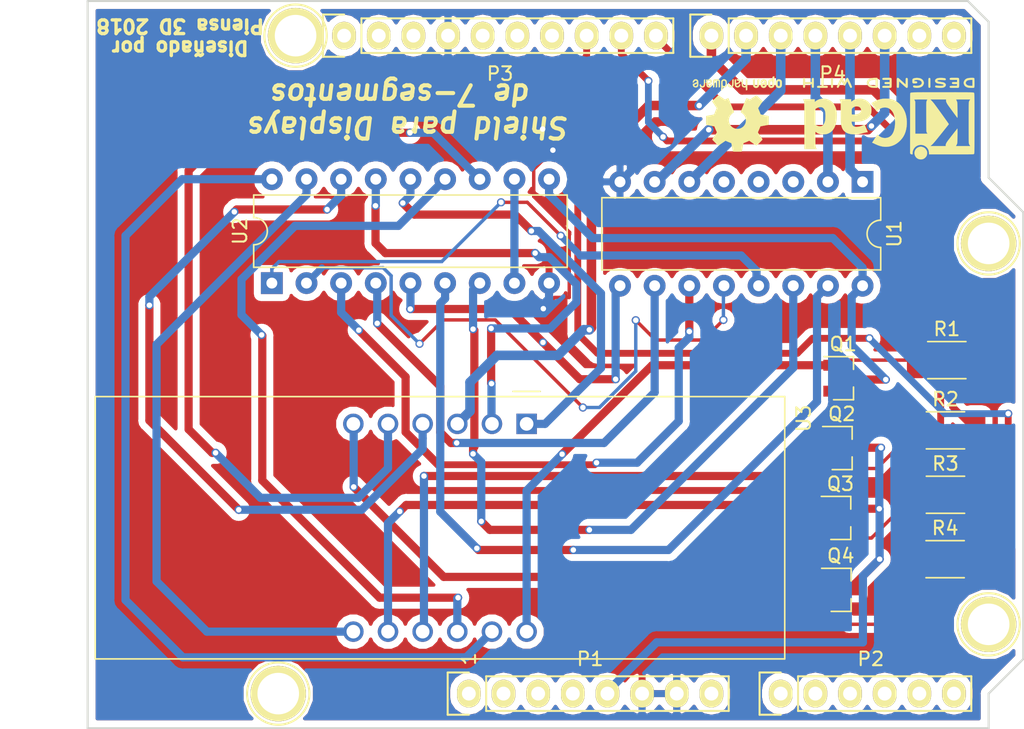
<source format=kicad_pcb>
(kicad_pcb (version 20171130) (host pcbnew 5.0.0-fee4fd1~66~ubuntu16.04.1)
  (title_block (date "lun. 30 mars 2015"))
  (layers (0 F.Cu signal) (31 B.Cu signal) (34 B.Paste user) (35 F.Paste user) (36 B.SilkS user) (37 F.SilkS user) (38 B.Mask user) (39 F.Mask user) (44 Edge.Cuts user))
  (net 0 "")
  (net 1 +5V)
  (net 2 GND)
  (net 3 "/A4(SDA)")
  (net 4 "/A5(SCL)")
  (net 5 "/9(**)")
  (net 6 /8)
  (net 7 /7)
  (net 8 "/6(**)")
  (net 9 "/5(**)")
  (net 10 /4)
  (net 11 "/3(**)")
  (net 12 /2)
  (net 13 "/10(**/SS)")
  (net 14 "Net-(Q1-Pad2)")
  (net 15 "Net-(Q1-Pad1)")
  (net 16 "Net-(Q2-Pad2)")
  (net 17 "Net-(Q2-Pad1)")
  (net 18 "Net-(Q3-Pad1)")
  (net 19 "Net-(Q3-Pad2)")
  (net 20 "Net-(Q4-Pad1)")
  (net 21 "Net-(Q4-Pad2)")
  (net 22 "Net-(U1-Pad9)")
  (net 23 "Net-(U1-Pad10)")
  (net 24 "Net-(U1-Pad11)")
  (net 25 "Net-(U1-Pad12)")
  (net 26 "Net-(U1-Pad13)")
  (net 27 "Net-(U1-Pad14)")
  (net 28 "Net-(U1-Pad15)")
  (net 29 "Net-(U2-Pad12)")
  (net 30 "Net-(U2-Pad13)")
  (net 31 "Net-(U2-Pad14)")
  (net 32 "Net-(U2-Pad15)")
  (net 33 "Net-(U2-Pad16)")
  (net 34 "Net-(U2-Pad17)")
  (net 35 "Net-(U2-Pad18)")
  (module Display_7Segment:CA56-12EWA (layer F.Cu) (at 143.173 104.04 270)
    (fp_text reference U3 (at -0.4 -20.31 270) (layer F.SilkS))
    (fp_text value CA56-12EWA)
    (pad 1 thru_hole rect (at 0 0 270) (size 1.5 1.5) (drill 1) (layers *.Cu *.Mask) (net 31 "Net-(U2-Pad14)"))
    (pad 2 thru_hole circle (at 0 2.54 270) (size 1.5 1.5) (drill 1) (layers *.Cu *.Mask) (net 32 "Net-(U2-Pad15)"))
    (pad 3 thru_hole circle (at 0 5.08 270) (size 1.5 1.5) (drill 1) (layers *.Cu *.Mask) (net 8 "/6(**)"))
    (pad 4 thru_hole circle (at 0 7.62 270) (size 1.5 1.5) (drill 1) (layers *.Cu *.Mask) (net 33 "Net-(U2-Pad16)"))
    (pad 5 thru_hole circle (at 0 10.16 270) (size 1.5 1.5) (drill 1) (layers *.Cu *.Mask) (net 29 "Net-(U2-Pad12)"))
    (pad 6 thru_hole circle (at 0 12.7 270) (size 1.5 1.5) (drill 1) (layers *.Cu *.Mask) (net 20 "Net-(Q4-Pad1)"))
    (pad 7 thru_hole circle (at 15.24 12.7 270) (size 1.5 1.5) (drill 1) (layers *.Cu *.Mask) (net 34 "Net-(U2-Pad17)"))
    (pad 8 thru_hole circle (at 15.24 10.16 270) (size 1.5 1.5) (drill 1) (layers *.Cu *.Mask) (net 18 "Net-(Q3-Pad1)"))
    (pad 9 thru_hole circle (at 15.24 7.62 270) (size 1.5 1.5) (drill 1) (layers *.Cu *.Mask) (net 17 "Net-(Q2-Pad1)"))
    (pad 10 thru_hole circle (at 15.24 5.08 270) (size 1.5 1.5) (drill 1) (layers *.Cu *.Mask) (net 30 "Net-(U2-Pad13)"))
    (pad 11 thru_hole circle (at 15.24 2.54 270) (size 1.5 1.5) (drill 1) (layers *.Cu *.Mask) (net 35 "Net-(U2-Pad18)"))
    (pad 12 thru_hole circle (at 15.24 0 270) (size 1.5 1.5) (drill 1) (layers *.Cu *.Mask) (net 15 "Net-(Q1-Pad1)"))
  )
  (module Socket_Arduino_Uno:Socket_Strip_Arduino_1x08 (layer F.Cu) (at 138.938 123.825)
    (fp_text reference P1 (at 8.89 -2.54) (layer F.SilkS))
    (fp_text value Power)
    (pad 1 thru_hole oval (at 0 0) (size 1.7272 2.032) (drill 1.016) (layers *.Cu *.Mask F.SilkS))
    (pad 2 thru_hole oval (at 2.54 0) (size 1.7272 2.032) (drill 1.016) (layers *.Cu *.Mask F.SilkS))
    (pad 3 thru_hole oval (at 5.08 0) (size 1.7272 2.032) (drill 1.016) (layers *.Cu *.Mask F.SilkS))
    (pad 4 thru_hole oval (at 7.62 0) (size 1.7272 2.032) (drill 1.016) (layers *.Cu *.Mask F.SilkS))
    (pad 5 thru_hole oval (at 10.16 0) (size 1.7272 2.032) (drill 1.016) (layers *.Cu *.Mask F.SilkS) (net 1 +5V))
    (pad 6 thru_hole oval (at 12.7 0) (size 1.7272 2.032) (drill 1.016) (layers *.Cu *.Mask F.SilkS) (net 2 GND))
    (pad 7 thru_hole oval (at 15.24 0) (size 1.7272 2.032) (drill 1.016) (layers *.Cu *.Mask F.SilkS) (net 2 GND))
    (pad 8 thru_hole oval (at 17.78 0) (size 1.7272 2.032) (drill 1.016) (layers *.Cu *.Mask F.SilkS))
  )
  (module Socket_Arduino_Uno:Socket_Strip_Arduino_1x06 (layer F.Cu) (at 161.798 123.825)
    (fp_text reference P2 (at 6.604 -2.54) (layer F.SilkS))
    (fp_text value Analog)
    (pad 1 thru_hole oval (at 0 0) (size 1.7272 2.032) (drill 1.016) (layers *.Cu *.Mask F.SilkS))
    (pad 2 thru_hole oval (at 2.54 0) (size 1.7272 2.032) (drill 1.016) (layers *.Cu *.Mask F.SilkS))
    (pad 3 thru_hole oval (at 5.08 0) (size 1.7272 2.032) (drill 1.016) (layers *.Cu *.Mask F.SilkS))
    (pad 4 thru_hole oval (at 7.62 0) (size 1.7272 2.032) (drill 1.016) (layers *.Cu *.Mask F.SilkS))
    (pad 5 thru_hole oval (at 10.16 0) (size 1.7272 2.032) (drill 1.016) (layers *.Cu *.Mask F.SilkS) (net 3 "/A4(SDA)"))
    (pad 6 thru_hole oval (at 12.7 0) (size 1.7272 2.032) (drill 1.016) (layers *.Cu *.Mask F.SilkS) (net 4 "/A5(SCL)"))
  )
  (module Socket_Arduino_Uno:Socket_Strip_Arduino_1x10 (layer F.Cu) (at 129.794 75.565)
    (fp_text reference P3 (at 11.43 2.794) (layer F.SilkS))
    (fp_text value Digital)
    (pad 1 thru_hole oval (at 0 0) (size 1.7272 2.032) (drill 1.016) (layers *.Cu *.Mask F.SilkS) (net 4 "/A5(SCL)"))
    (pad 2 thru_hole oval (at 2.54 0) (size 1.7272 2.032) (drill 1.016) (layers *.Cu *.Mask F.SilkS) (net 3 "/A4(SDA)"))
    (pad 3 thru_hole oval (at 5.08 0) (size 1.7272 2.032) (drill 1.016) (layers *.Cu *.Mask F.SilkS))
    (pad 4 thru_hole oval (at 7.62 0) (size 1.7272 2.032) (drill 1.016) (layers *.Cu *.Mask F.SilkS) (net 2 GND))
    (pad 5 thru_hole oval (at 10.16 0) (size 1.7272 2.032) (drill 1.016) (layers *.Cu *.Mask F.SilkS))
    (pad 6 thru_hole oval (at 12.7 0) (size 1.7272 2.032) (drill 1.016) (layers *.Cu *.Mask F.SilkS))
    (pad 7 thru_hole oval (at 15.24 0) (size 1.7272 2.032) (drill 1.016) (layers *.Cu *.Mask F.SilkS))
    (pad 8 thru_hole oval (at 17.78 0) (size 1.7272 2.032) (drill 1.016) (layers *.Cu *.Mask F.SilkS) (net 13 "/10(**/SS)"))
    (pad 9 thru_hole oval (at 20.32 0) (size 1.7272 2.032) (drill 1.016) (layers *.Cu *.Mask F.SilkS) (net 5 "/9(**)"))
    (pad 10 thru_hole oval (at 22.86 0) (size 1.7272 2.032) (drill 1.016) (layers *.Cu *.Mask F.SilkS) (net 6 /8))
  )
  (module Socket_Arduino_Uno:Socket_Strip_Arduino_1x08 (layer F.Cu) (at 156.718 75.565)
    (fp_text reference P4 (at 8.89 2.794) (layer F.SilkS))
    (fp_text value Digital)
    (pad 1 thru_hole oval (at 0 0) (size 1.7272 2.032) (drill 1.016) (layers *.Cu *.Mask F.SilkS) (net 7 /7))
    (pad 2 thru_hole oval (at 2.54 0) (size 1.7272 2.032) (drill 1.016) (layers *.Cu *.Mask F.SilkS) (net 8 "/6(**)"))
    (pad 3 thru_hole oval (at 5.08 0) (size 1.7272 2.032) (drill 1.016) (layers *.Cu *.Mask F.SilkS) (net 9 "/5(**)"))
    (pad 4 thru_hole oval (at 7.62 0) (size 1.7272 2.032) (drill 1.016) (layers *.Cu *.Mask F.SilkS) (net 10 /4))
    (pad 5 thru_hole oval (at 10.16 0) (size 1.7272 2.032) (drill 1.016) (layers *.Cu *.Mask F.SilkS) (net 11 "/3(**)"))
    (pad 6 thru_hole oval (at 12.7 0) (size 1.7272 2.032) (drill 1.016) (layers *.Cu *.Mask F.SilkS) (net 12 /2))
    (pad 7 thru_hole oval (at 15.24 0) (size 1.7272 2.032) (drill 1.016) (layers *.Cu *.Mask F.SilkS))
    (pad 8 thru_hole oval (at 17.78 0) (size 1.7272 2.032) (drill 1.016) (layers *.Cu *.Mask F.SilkS))
  )
  (module Socket_Arduino_Uno:Arduino_1pin (layer F.Cu) (at 124.968 123.825)
    (fp_text reference P5 hide)
    (fp_text value CONN_01X01 hide)
    (pad 1 thru_hole circle (at 0 0) (size 4.064 4.064) (drill 3.048) (layers *.Cu *.Mask F.SilkS))
  )
  (module Socket_Arduino_Uno:Arduino_1pin (layer F.Cu) (at 177.038 118.745)
    (fp_text reference P6 hide)
    (fp_text value CONN_01X01 hide)
    (pad 1 thru_hole circle (at 0 0) (size 4.064 4.064) (drill 3.048) (layers *.Cu *.Mask F.SilkS))
  )
  (module Socket_Arduino_Uno:Arduino_1pin (layer F.Cu) (at 126.238 75.565)
    (fp_text reference P7 hide)
    (fp_text value CONN_01X01 hide)
    (pad 1 thru_hole circle (at 0 0) (size 4.064 4.064) (drill 3.048) (layers *.Cu *.Mask F.SilkS))
  )
  (module Socket_Arduino_Uno:Arduino_1pin (layer F.Cu) (at 177.038 90.805)
    (fp_text reference P8 hide)
    (fp_text value CONN_01X01 hide)
    (pad 1 thru_hole circle (at 0 0) (size 4.064 4.064) (drill 3.048) (layers *.Cu *.Mask F.SilkS))
  )
  (module Package_TO_SOT_SMD:SOT-23 (layer F.Cu) (at 166.373 100.69)
    (fp_text reference Q1 (at 0 -2.5) (layer F.SilkS))
    (fp_text value 2N2219)
    (pad 3 smd rect (at 1 0) (size 0.9 0.8) (layers F.Cu F.Paste F.Mask) (net 1 +5V))
    (pad 2 smd rect (at -1 0.95) (size 0.9 0.8) (layers F.Cu F.Paste F.Mask) (net 14 "Net-(Q1-Pad2)"))
    (pad 1 smd rect (at -1 -0.95) (size 0.9 0.8) (layers F.Cu F.Paste F.Mask) (net 15 "Net-(Q1-Pad1)"))
  )
  (module Package_TO_SOT_SMD:SOT-23 (layer F.Cu) (at 166.273 105.815)
    (fp_text reference Q2 (at 0 -2.5) (layer F.SilkS))
    (fp_text value 2N2219)
    (pad 3 smd rect (at 1 0) (size 0.9 0.8) (layers F.Cu F.Paste F.Mask) (net 1 +5V))
    (pad 2 smd rect (at -1 0.95) (size 0.9 0.8) (layers F.Cu F.Paste F.Mask) (net 16 "Net-(Q2-Pad2)"))
    (pad 1 smd rect (at -1 -0.95) (size 0.9 0.8) (layers F.Cu F.Paste F.Mask) (net 17 "Net-(Q2-Pad1)"))
  )
  (module Package_TO_SOT_SMD:SOT-23 (layer F.Cu) (at 166.173 110.94)
    (fp_text reference Q3 (at 0 -2.5) (layer F.SilkS))
    (fp_text value 2N2219)
    (pad 1 smd rect (at -1 -0.95) (size 0.9 0.8) (layers F.Cu F.Paste F.Mask) (net 18 "Net-(Q3-Pad1)"))
    (pad 2 smd rect (at -1 0.95) (size 0.9 0.8) (layers F.Cu F.Paste F.Mask) (net 19 "Net-(Q3-Pad2)"))
    (pad 3 smd rect (at 1 0) (size 0.9 0.8) (layers F.Cu F.Paste F.Mask) (net 1 +5V))
  )
  (module Package_TO_SOT_SMD:SOT-23 (layer F.Cu) (at 166.198 116.215)
    (fp_text reference Q4 (at 0 -2.5) (layer F.SilkS))
    (fp_text value 2N2219)
    (pad 1 smd rect (at -1 -0.95) (size 0.9 0.8) (layers F.Cu F.Paste F.Mask) (net 20 "Net-(Q4-Pad1)"))
    (pad 2 smd rect (at -1 0.95) (size 0.9 0.8) (layers F.Cu F.Paste F.Mask) (net 21 "Net-(Q4-Pad2)"))
    (pad 3 smd rect (at 1 0) (size 0.9 0.8) (layers F.Cu F.Paste F.Mask) (net 1 +5V))
  )
  (module Resistor_SMD:R_2010_5025Metric (layer F.Cu) (at 173.973 99.365)
    (fp_text reference R1 (at 0 -2.28) (layer F.SilkS))
    (fp_text value 10k)
    (pad 1 smd roundrect (at -2.25 0) (size 1.35 2.65) (layers F.Cu F.Paste F.Mask) (roundrect_rratio 0.185185) (net 14 "Net-(Q1-Pad2)"))
    (pad 2 smd roundrect (at 2.25 0) (size 1.35 2.65) (layers F.Cu F.Paste F.Mask) (roundrect_rratio 0.185185) (net 7 /7))
  )
  (module Resistor_SMD:R_2010_5025Metric (layer F.Cu) (at 173.873 104.515)
    (fp_text reference R2 (at 0 -2.28) (layer F.SilkS))
    (fp_text value 10k)
    (pad 1 smd roundrect (at -2.25 0) (size 1.35 2.65) (layers F.Cu F.Paste F.Mask) (roundrect_rratio 0.185185) (net 16 "Net-(Q2-Pad2)"))
    (pad 2 smd roundrect (at 2.25 0) (size 1.35 2.65) (layers F.Cu F.Paste F.Mask) (roundrect_rratio 0.185185) (net 6 /8))
  )
  (module Resistor_SMD:R_2010_5025Metric (layer F.Cu) (at 173.873 109.24)
    (fp_text reference R3 (at 0 -2.28) (layer F.SilkS))
    (fp_text value 10k)
    (pad 2 smd roundrect (at 2.25 0) (size 1.35 2.65) (layers F.Cu F.Paste F.Mask) (roundrect_rratio 0.185185) (net 5 "/9(**)"))
    (pad 1 smd roundrect (at -2.25 0) (size 1.35 2.65) (layers F.Cu F.Paste F.Mask) (roundrect_rratio 0.185185) (net 19 "Net-(Q3-Pad2)"))
  )
  (module Resistor_SMD:R_2010_5025Metric (layer F.Cu) (at 173.848 113.965)
    (fp_text reference R4 (at 0 -2.28) (layer F.SilkS))
    (fp_text value 10k)
    (pad 2 smd roundrect (at 2.25 0) (size 1.35 2.65) (layers F.Cu F.Paste F.Mask) (roundrect_rratio 0.185185) (net 13 "/10(**/SS)"))
    (pad 1 smd roundrect (at -2.25 0) (size 1.35 2.65) (layers F.Cu F.Paste F.Mask) (roundrect_rratio 0.185185) (net 21 "Net-(Q4-Pad2)"))
  )
  (module Package_DIP:DIP-16_W7.62mm (layer F.Cu) (at 167.798 86.29 270)
    (fp_text reference U1 (at 3.81 -2.33 270) (layer F.SilkS))
    (fp_text value 74LS247)
    (pad 1 thru_hole rect (at 0 0 270) (size 1.6 1.6) (drill 0.8) (layers *.Cu *.Mask) (net 11 "/3(**)"))
    (pad 9 thru_hole oval (at 7.62 17.78 270) (size 1.6 1.6) (drill 0.8) (layers *.Cu *.Mask) (net 22 "Net-(U1-Pad9)"))
    (pad 2 thru_hole oval (at 0 2.54 270) (size 1.6 1.6) (drill 0.8) (layers *.Cu *.Mask) (net 10 /4))
    (pad 10 thru_hole oval (at 7.62 15.24 270) (size 1.6 1.6) (drill 0.8) (layers *.Cu *.Mask) (net 23 "Net-(U1-Pad10)"))
    (pad 3 thru_hole oval (at 0 5.08 270) (size 1.6 1.6) (drill 0.8) (layers *.Cu *.Mask))
    (pad 11 thru_hole oval (at 7.62 12.7 270) (size 1.6 1.6) (drill 0.8) (layers *.Cu *.Mask) (net 24 "Net-(U1-Pad11)"))
    (pad 4 thru_hole oval (at 0 7.62 270) (size 1.6 1.6) (drill 0.8) (layers *.Cu *.Mask))
    (pad 12 thru_hole oval (at 7.62 10.16 270) (size 1.6 1.6) (drill 0.8) (layers *.Cu *.Mask) (net 25 "Net-(U1-Pad12)"))
    (pad 5 thru_hole oval (at 0 10.16 270) (size 1.6 1.6) (drill 0.8) (layers *.Cu *.Mask))
    (pad 13 thru_hole oval (at 7.62 7.62 270) (size 1.6 1.6) (drill 0.8) (layers *.Cu *.Mask) (net 26 "Net-(U1-Pad13)"))
    (pad 6 thru_hole oval (at 0 12.7 270) (size 1.6 1.6) (drill 0.8) (layers *.Cu *.Mask) (net 9 "/5(**)"))
    (pad 14 thru_hole oval (at 7.62 5.08 270) (size 1.6 1.6) (drill 0.8) (layers *.Cu *.Mask) (net 27 "Net-(U1-Pad14)"))
    (pad 7 thru_hole oval (at 0 15.24 270) (size 1.6 1.6) (drill 0.8) (layers *.Cu *.Mask) (net 12 /2))
    (pad 15 thru_hole oval (at 7.62 2.54 270) (size 1.6 1.6) (drill 0.8) (layers *.Cu *.Mask) (net 28 "Net-(U1-Pad15)"))
    (pad 8 thru_hole oval (at 0 17.78 270) (size 1.6 1.6) (drill 0.8) (layers *.Cu *.Mask) (net 2 GND))
    (pad 16 thru_hole oval (at 7.62 0 270) (size 1.6 1.6) (drill 0.8) (layers *.Cu *.Mask) (net 1 +5V))
  )
  (module Package_DIP:DIP-18_W7.62mm (layer F.Cu) (at 124.498 93.715 90)
    (fp_text reference U2 (at 3.81 -2.33 90) (layer F.SilkS))
    (fp_text value ULN2803A)
    (pad 1 thru_hole rect (at 0 0 90) (size 1.6 1.6) (drill 0.8) (layers *.Cu *.Mask) (net 26 "Net-(U1-Pad13)"))
    (pad 10 thru_hole oval (at 7.62 20.32 90) (size 1.6 1.6) (drill 0.8) (layers *.Cu *.Mask) (net 1 +5V))
    (pad 2 thru_hole oval (at 0 2.54 90) (size 1.6 1.6) (drill 0.8) (layers *.Cu *.Mask) (net 25 "Net-(U1-Pad12)"))
    (pad 11 thru_hole oval (at 7.62 17.78 90) (size 1.6 1.6) (drill 0.8) (layers *.Cu *.Mask))
    (pad 3 thru_hole oval (at 0 5.08 90) (size 1.6 1.6) (drill 0.8) (layers *.Cu *.Mask) (net 24 "Net-(U1-Pad11)"))
    (pad 12 thru_hole oval (at 7.62 15.24 90) (size 1.6 1.6) (drill 0.8) (layers *.Cu *.Mask) (net 29 "Net-(U2-Pad12)"))
    (pad 4 thru_hole oval (at 0 7.62 90) (size 1.6 1.6) (drill 0.8) (layers *.Cu *.Mask) (net 23 "Net-(U1-Pad10)"))
    (pad 13 thru_hole oval (at 7.62 12.7 90) (size 1.6 1.6) (drill 0.8) (layers *.Cu *.Mask) (net 30 "Net-(U2-Pad13)"))
    (pad 5 thru_hole oval (at 0 10.16 90) (size 1.6 1.6) (drill 0.8) (layers *.Cu *.Mask) (net 22 "Net-(U1-Pad9)"))
    (pad 14 thru_hole oval (at 7.62 10.16 90) (size 1.6 1.6) (drill 0.8) (layers *.Cu *.Mask) (net 31 "Net-(U2-Pad14)"))
    (pad 6 thru_hole oval (at 0 12.7 90) (size 1.6 1.6) (drill 0.8) (layers *.Cu *.Mask) (net 28 "Net-(U1-Pad15)"))
    (pad 15 thru_hole oval (at 7.62 7.62 90) (size 1.6 1.6) (drill 0.8) (layers *.Cu *.Mask) (net 32 "Net-(U2-Pad15)"))
    (pad 7 thru_hole oval (at 0 15.24 90) (size 1.6 1.6) (drill 0.8) (layers *.Cu *.Mask) (net 27 "Net-(U1-Pad14)"))
    (pad 16 thru_hole oval (at 7.62 5.08 90) (size 1.6 1.6) (drill 0.8) (layers *.Cu *.Mask) (net 33 "Net-(U2-Pad16)"))
    (pad 8 thru_hole oval (at 0 17.78 90) (size 1.6 1.6) (drill 0.8) (layers *.Cu *.Mask))
    (pad 17 thru_hole oval (at 7.62 2.54 90) (size 1.6 1.6) (drill 0.8) (layers *.Cu *.Mask) (net 34 "Net-(U2-Pad17)"))
    (pad 9 thru_hole oval (at 0 20.32 90) (size 1.6 1.6) (drill 0.8) (layers *.Cu *.Mask) (net 2 GND))
    (pad 18 thru_hole oval (at 7.62 0 90) (size 1.6 1.6) (drill 0.8) (layers *.Cu *.Mask) (net 35 "Net-(U2-Pad18)"))
  )
  (module Symbol:KiCad-Logo2_6mm_SilkScreen (layer F.Cu) (at 169.723 81.665 180)
    (fp_text reference REF** hide)
    (fp_text value KiCad-Logo2_6mm_SilkScreen hide)
  )
  (module Symbol:OSHW-Logo2_7.3x6mm_SilkScreen (layer F.Cu) (at 158.623 81.315 180)
    (fp_text reference REF** hide)
    (fp_text value OSHW-Logo2_7.3x6mm_SilkScreen hide)
  )
  (gr_text "Shield para Displays \nde 7-segmentos" (at 133.923 81.09 180) (layer F.SilkS) (effects (font (size 1.5 1.5) (thickness 0.3) italic)))
  (gr_text "Diseñado por\nPiensa 3D 2018" (at 117.773 75.665 180) (layer F.SilkS) (effects (font (size 1 1) (thickness 0.25))))
  (gr_text 1 (at 138.938 121.285 90) (layer F.SilkS) (effects (font (size 1 1))))
  (gr_line (start 177.038 74.549) (end 175.514 73.025) (angle 90) (layer Edge.Cuts) (width 0.15))
  (gr_line (start 177.038 85.979) (end 177.038 74.549) (angle 90) (layer Edge.Cuts) (width 0.15))
  (gr_line (start 179.578 88.519) (end 177.038 85.979) (angle 90) (layer Edge.Cuts) (width 0.15))
  (gr_line (start 179.578 121.285) (end 179.578 88.519) (angle 90) (layer Edge.Cuts) (width 0.15))
  (gr_line (start 177.038 123.825) (end 179.578 121.285) (angle 90) (layer Edge.Cuts) (width 0.15))
  (gr_line (start 177.038 126.365) (end 177.038 123.825) (angle 90) (layer Edge.Cuts) (width 0.15))
  (gr_line (start 110.998 126.365) (end 177.038 126.365) (angle 90) (layer Edge.Cuts) (width 0.15))
  (gr_line (start 110.998 73.025) (end 110.998 126.365) (angle 90) (layer Edge.Cuts) (width 0.15))
  (gr_line (start 175.514 73.025) (end 110.998 73.025) (angle 90) (layer Edge.Cuts) (width 0.15))
  (segment (start 142.278 93.715) (end 142.278 86.095) (width 0.6) (layer B.Cu) (net 0))
  (segment (start 166.998001 94.709999) (end 166.998001 98.290001) (width 0.6) (layer B.Cu) (net 1))
  (segment (start 167.798 93.91) (end 166.998001 94.709999) (width 0.6) (layer B.Cu) (net 1))
  (via (at 169.498 100.79) (size 0.6) (drill 0.4) (layers F.Cu B.Cu) (net 1))
  (segment (start 166.998001 98.290001) (end 169.498 100.79) (width 0.6) (layer B.Cu) (net 1))
  (segment (start 167.473 100.79) (end 167.373 100.69) (width 0.6) (layer F.Cu) (net 1))
  (segment (start 169.498 100.79) (end 167.473 100.79) (width 0.6) (layer F.Cu) (net 1))
  (segment (start 167.273 100.79) (end 167.373 100.69) (width 0.6) (layer F.Cu) (net 1))
  (segment (start 167.273 105.815) (end 167.273 100.79) (width 0.6) (layer F.Cu) (net 1))
  (via (at 169.048 113.965) (size 0.6) (drill 0.4) (layers F.Cu B.Cu) (net 1))
  (segment (start 167.198 115.815) (end 169.048 113.965) (width 0.6) (layer F.Cu) (net 1))
  (segment (start 167.198 116.215) (end 167.198 115.815) (width 0.6) (layer F.Cu) (net 1))
  (segment (start 169.048 110.29) (end 169.023 110.265) (width 0.6) (layer B.Cu) (net 1))
  (via (at 169.023 110.265) (size 0.6) (drill 0.4) (layers F.Cu B.Cu) (net 1))
  (segment (start 169.048 113.965) (end 169.048 110.29) (width 0.6) (layer B.Cu) (net 1))
  (segment (start 167.848 110.265) (end 167.173 110.94) (width 0.6) (layer F.Cu) (net 1))
  (segment (start 169.023 110.265) (end 167.848 110.265) (width 0.6) (layer F.Cu) (net 1))
  (via (at 169.148 105.79) (size 0.6) (drill 0.4) (layers F.Cu B.Cu) (net 1))
  (segment (start 169.023 105.915) (end 169.148 105.79) (width 0.6) (layer B.Cu) (net 1))
  (segment (start 169.023 110.265) (end 169.023 105.915) (width 0.6) (layer B.Cu) (net 1))
  (segment (start 167.298 105.79) (end 167.273 105.815) (width 0.6) (layer F.Cu) (net 1))
  (segment (start 169.148 105.79) (end 167.298 105.79) (width 0.6) (layer F.Cu) (net 1))
  (segment (start 144.818 87.22637) (end 148.00663 90.415) (width 0.6) (layer B.Cu) (net 1))
  (segment (start 144.818 86.095) (end 144.818 87.22637) (width 0.6) (layer B.Cu) (net 1))
  (segment (start 148.00663 90.415) (end 165.623 90.415) (width 0.6) (layer B.Cu) (net 1))
  (segment (start 167.798 92.59) (end 167.798 93.91) (width 0.6) (layer B.Cu) (net 1))
  (segment (start 165.623 90.415) (end 167.798 92.59) (width 0.6) (layer B.Cu) (net 1))
  (segment (start 149.098 123.6726) (end 152.7056 120.065) (width 0.6) (layer B.Cu) (net 1))
  (segment (start 149.098 123.825) (end 149.098 123.6726) (width 0.6) (layer B.Cu) (net 1))
  (segment (start 152.7056 120.065) (end 167.823 120.065) (width 0.6) (layer B.Cu) (net 1))
  (segment (start 167.823 115.19) (end 169.048 113.965) (width 0.6) (layer B.Cu) (net 1))
  (segment (start 167.823 120.065) (end 167.823 115.19) (width 0.6) (layer B.Cu) (net 1))
  (segment (start 150.817999 85.490001) (end 150.817999 83.909999) (width 0.6) (layer B.Cu) (net 2))
  (segment (start 150.018 86.29) (end 150.817999 85.490001) (width 0.6) (layer B.Cu) (net 2))
  (segment (start 150.817999 83.909999) (end 149.323 82.415) (width 0.6) (layer B.Cu) (net 2))
  (via (at 144.348 82.415) (size 0.6) (drill 0.4) (layers F.Cu B.Cu) (net 2))
  (segment (start 149.323 82.415) (end 144.348 82.415) (width 0.6) (layer B.Cu) (net 2))
  (segment (start 144.348 82.415) (end 144.348 83.39) (width 0.6) (layer F.Cu) (net 2))
  (via (at 145.098 83.965) (size 0.6) (drill 0.4) (layers F.Cu B.Cu) (net 2))
  (segment (start 144.923 83.965) (end 145.098 83.965) (width 0.6) (layer F.Cu) (net 2))
  (segment (start 144.348 83.39) (end 144.923 83.965) (width 0.6) (layer F.Cu) (net 2))
  (segment (start 144.818 94.84637) (end 144.398 95.26637) (width 0.6) (layer B.Cu) (net 2))
  (segment (start 144.818 93.715) (end 144.818 94.84637) (width 0.6) (layer B.Cu) (net 2))
  (via (at 144.398 95.59) (size 0.6) (drill 0.4) (layers F.Cu B.Cu) (net 2))
  (segment (start 144.398 95.26637) (end 144.398 95.59) (width 0.6) (layer B.Cu) (net 2))
  (segment (start 143.692999 85.370001) (end 143.692999 87.359999) (width 0.25) (layer F.Cu) (net 2))
  (segment (start 145.098 83.965) (end 143.692999 85.370001) (width 0.25) (layer F.Cu) (net 2))
  (segment (start 143.692999 87.359999) (end 146.323 89.99) (width 0.25) (layer F.Cu) (net 2))
  (segment (start 146.298001 90.164999) (end 146.298001 94.764999) (width 0.25) (layer F.Cu) (net 2))
  (segment (start 146.323 90.14) (end 146.298001 90.164999) (width 0.25) (layer F.Cu) (net 2))
  (segment (start 146.323 89.99) (end 146.323 90.14) (width 0.25) (layer F.Cu) (net 2))
  (segment (start 145.223001 94.764999) (end 144.398 95.59) (width 0.25) (layer F.Cu) (net 2))
  (segment (start 146.298001 94.764999) (end 145.223001 94.764999) (width 0.25) (layer F.Cu) (net 2))
  (via (at 152.098 78.89) (size 0.6) (drill 0.4) (layers F.Cu B.Cu) (net 5))
  (segment (start 150.114 76.906) (end 152.098 78.89) (width 0.5) (layer F.Cu) (net 5))
  (segment (start 150.114 75.565) (end 150.114 76.906) (width 0.5) (layer F.Cu) (net 5))
  (segment (start 152.098 81.915) (end 153.173 82.99) (width 0.5) (layer B.Cu) (net 5))
  (via (at 153.173 82.99) (size 0.6) (drill 0.4) (layers F.Cu B.Cu) (net 5))
  (segment (start 152.098 78.89) (end 152.098 81.915) (width 0.5) (layer B.Cu) (net 5))
  (segment (start 153.472999 83.289999) (end 168.947999 83.289999) (width 0.5) (layer F.Cu) (net 5))
  (segment (start 153.173 82.99) (end 153.472999 83.289999) (width 0.5) (layer F.Cu) (net 5))
  (segment (start 168.947999 83.289999) (end 170.973 85.315) (width 0.5) (layer F.Cu) (net 5))
  (segment (start 170.973 85.315) (end 170.973 93.44) (width 0.5) (layer F.Cu) (net 5))
  (segment (start 172.84801 95.31501) (end 172.87301 95.31501) (width 0.5) (layer F.Cu) (net 5))
  (segment (start 170.973 93.44) (end 172.84801 95.31501) (width 0.5) (layer F.Cu) (net 5))
  (segment (start 172.87301 95.31501) (end 173.523 95.965) (width 0.5) (layer F.Cu) (net 5))
  (segment (start 173.523 106.64) (end 176.123 109.24) (width 0.5) (layer F.Cu) (net 5))
  (segment (start 173.523 95.965) (end 173.523 106.64) (width 0.5) (layer F.Cu) (net 5))
  (segment (start 152.654 75.7174) (end 157.7266 80.79) (width 0.5) (layer F.Cu) (net 6))
  (segment (start 152.654 75.565) (end 152.654 75.7174) (width 0.5) (layer F.Cu) (net 6))
  (segment (start 168.179384 80.79) (end 172.098 84.708616) (width 0.5) (layer F.Cu) (net 6))
  (segment (start 157.7266 80.79) (end 168.179384 80.79) (width 0.5) (layer F.Cu) (net 6))
  (segment (start 172.098 84.708616) (end 172.098 93.065) (width 0.5) (layer F.Cu) (net 6))
  (segment (start 172.098 93.065) (end 174.398 95.365) (width 0.5) (layer F.Cu) (net 6))
  (segment (start 174.398 102.79) (end 176.123 104.515) (width 0.5) (layer F.Cu) (net 6))
  (segment (start 174.398 95.365) (end 174.398 102.79) (width 0.5) (layer F.Cu) (net 6))
  (segment (start 156.718 77.281) (end 158.977 79.54) (width 0.7) (layer F.Cu) (net 7))
  (segment (start 156.718 75.565) (end 156.718 77.281) (width 0.7) (layer F.Cu) (net 7))
  (segment (start 158.977 79.54) (end 168.598 79.54) (width 0.7) (layer F.Cu) (net 7))
  (segment (start 168.598 79.54) (end 173.598 84.54) (width 0.7) (layer F.Cu) (net 7))
  (segment (start 173.598 84.54) (end 173.598 91.79) (width 0.7) (layer F.Cu) (net 7))
  (segment (start 176.223 94.415) (end 176.223 99.365) (width 0.7) (layer F.Cu) (net 7))
  (segment (start 173.598 91.79) (end 176.223 94.415) (width 0.7) (layer F.Cu) (net 7))
  (via (at 155.823 80.69) (size 0.6) (drill 0.4) (layers F.Cu B.Cu) (net 8))
  (segment (start 159.258 77.255) (end 155.823 80.69) (width 0.7) (layer B.Cu) (net 8))
  (segment (start 159.258 75.565) (end 159.258 77.255) (width 0.7) (layer B.Cu) (net 8))
  (segment (start 155.823 80.69) (end 152.123 80.69) (width 0.7) (layer F.Cu) (net 8))
  (segment (start 152.123 80.69) (end 147.923 84.89) (width 0.7) (layer F.Cu) (net 8))
  (via (at 147.773 97.14) (size 0.6) (drill 0.4) (layers F.Cu B.Cu) (net 8))
  (segment (start 147.923 96.99) (end 147.773 97.14) (width 0.7) (layer F.Cu) (net 8))
  (segment (start 147.923 84.89) (end 147.923 96.99) (width 0.7) (layer F.Cu) (net 8))
  (segment (start 147.348736 97.14) (end 145.473736 99.015) (width 0.7) (layer B.Cu) (net 8))
  (segment (start 147.773 97.14) (end 147.348736 97.14) (width 0.7) (layer B.Cu) (net 8))
  (segment (start 145.473736 99.015) (end 140.998 99.015) (width 0.7) (layer B.Cu) (net 8))
  (segment (start 140.998 99.015) (end 139.023 100.99) (width 0.7) (layer B.Cu) (net 8))
  (segment (start 139.023 103.11) (end 138.093 104.04) (width 0.7) (layer B.Cu) (net 8))
  (segment (start 139.023 100.99) (end 139.023 103.11) (width 0.7) (layer B.Cu) (net 8))
  (segment (start 161.798 79.59) (end 155.098 86.29) (width 0.7) (layer B.Cu) (net 9))
  (segment (start 161.798 75.565) (end 161.798 79.59) (width 0.7) (layer B.Cu) (net 9))
  (segment (start 164.338 75.565) (end 164.338 80.13) (width 0.7) (layer B.Cu) (net 10))
  (segment (start 165.258 81.05) (end 165.258 86.29) (width 0.7) (layer B.Cu) (net 10))
  (segment (start 164.338 80.13) (end 165.258 81.05) (width 0.7) (layer B.Cu) (net 10))
  (segment (start 166.878 85.37) (end 167.798 86.29) (width 0.7) (layer B.Cu) (net 11))
  (segment (start 166.878 75.565) (end 166.878 85.37) (width 0.7) (layer B.Cu) (net 11))
  (via (at 156.523 82.465) (size 0.6) (drill 0.4) (layers F.Cu B.Cu) (net 12))
  (segment (start 152.698 86.29) (end 156.523 82.465) (width 0.7) (layer B.Cu) (net 12))
  (segment (start 152.558 86.29) (end 152.698 86.29) (width 0.7) (layer B.Cu) (net 12))
  (via (at 168.448 82.19) (size 0.6) (drill 0.4) (layers F.Cu B.Cu) (net 12))
  (segment (start 168.173 82.465) (end 168.448 82.19) (width 0.7) (layer F.Cu) (net 12))
  (segment (start 156.523 82.465) (end 168.173 82.465) (width 0.7) (layer F.Cu) (net 12))
  (segment (start 169.418 81.22) (end 169.418 75.565) (width 0.7) (layer B.Cu) (net 12))
  (segment (start 168.448 82.19) (end 169.418 81.22) (width 0.7) (layer B.Cu) (net 12))
  (segment (start 147.574 77.081) (end 146.923 77.732) (width 0.5) (layer F.Cu) (net 13))
  (segment (start 147.574 75.565) (end 147.574 77.081) (width 0.5) (layer F.Cu) (net 13))
  (segment (start 146.923 97.421384) (end 148.366616 98.865) (width 0.5) (layer F.Cu) (net 13))
  (segment (start 146.923 77.732) (end 146.923 97.421384) (width 0.5) (layer F.Cu) (net 13))
  (segment (start 148.366616 98.865) (end 163.023 98.865) (width 0.5) (layer F.Cu) (net 13))
  (segment (start 163.023 98.865) (end 164.123 97.765) (width 0.5) (layer F.Cu) (net 13))
  (segment (start 164.123 97.765) (end 166.108002 97.765) (width 0.5) (layer F.Cu) (net 13))
  (segment (start 166.108002 97.765) (end 168.298 97.765) (width 0.5) (layer F.Cu) (net 13))
  (segment (start 176.873 113.965) (end 178.473 112.365) (width 0.5) (layer F.Cu) (net 13))
  (segment (start 176.098 113.965) (end 176.873 113.965) (width 0.5) (layer F.Cu) (net 13))
  (via (at 178.473 103.29) (size 0.6) (drill 0.4) (layers F.Cu B.Cu) (net 13))
  (segment (start 178.473 112.365) (end 178.473 103.29) (width 0.5) (layer F.Cu) (net 13))
  (via (at 168.298 97.765) (size 0.6) (drill 0.4) (layers F.Cu B.Cu) (net 13))
  (segment (start 173.823 103.29) (end 168.298 97.765) (width 0.5) (layer B.Cu) (net 13))
  (segment (start 178.473 103.29) (end 173.823 103.29) (width 0.5) (layer B.Cu) (net 13))
  (segment (start 165.423 101.64) (end 166.398 100.665) (width 0.25) (layer F.Cu) (net 14))
  (segment (start 165.373 101.64) (end 165.423 101.64) (width 0.25) (layer F.Cu) (net 14))
  (segment (start 166.398 100.665) (end 166.398 99.74) (width 0.25) (layer F.Cu) (net 14))
  (segment (start 166.773 99.365) (end 171.723 99.365) (width 0.25) (layer F.Cu) (net 14))
  (segment (start 166.398 99.74) (end 166.773 99.365) (width 0.25) (layer F.Cu) (net 14))
  (segment (start 143.173 108.94) (end 143.173 119.28) (width 0.6) (layer B.Cu) (net 15))
  (via (at 145.773 106.265) (size 0.6) (drill 0.4) (layers F.Cu B.Cu) (net 15))
  (segment (start 145.773 106.265) (end 152.373 99.74) (width 0.6) (layer F.Cu) (net 15))
  (segment (start 152.373 99.74) (end 165.373 99.74) (width 0.6) (layer F.Cu) (net 15))
  (segment (start 145.773 106.265) (end 143.173 108.94) (width 0.6) (layer B.Cu) (net 15))
  (segment (start 171.623 104.515) (end 168.823 107.315) (width 0.25) (layer F.Cu) (net 16))
  (segment (start 168.823 107.315) (end 166.448 107.315) (width 0.25) (layer F.Cu) (net 16))
  (segment (start 165.973 106.765) (end 165.273 106.765) (width 0.25) (layer F.Cu) (net 16))
  (segment (start 166.448 107.24) (end 165.973 106.765) (width 0.25) (layer F.Cu) (net 16))
  (segment (start 166.448 107.315) (end 166.448 107.24) (width 0.25) (layer F.Cu) (net 16))
  (via (at 135.648 107.865) (size 0.6) (drill 0.4) (layers F.Cu B.Cu) (net 17))
  (segment (start 162.223 107.865) (end 135.648 107.865) (width 0.6) (layer F.Cu) (net 17))
  (segment (start 165.223 104.865) (end 162.223 107.865) (width 0.6) (layer F.Cu) (net 17))
  (segment (start 165.273 104.865) (end 165.223 104.865) (width 0.6) (layer F.Cu) (net 17))
  (segment (start 135.648 119.185) (end 135.553 119.28) (width 0.6) (layer B.Cu) (net 17))
  (segment (start 135.648 107.865) (end 135.648 119.185) (width 0.6) (layer B.Cu) (net 17))
  (via (at 133.873 110.465) (size 0.6) (drill 0.4) (layers F.Cu B.Cu) (net 18))
  (segment (start 134.348 109.99) (end 133.873 110.465) (width 0.6) (layer F.Cu) (net 18))
  (segment (start 165.173 109.99) (end 134.348 109.99) (width 0.6) (layer F.Cu) (net 18))
  (segment (start 133.013 111.325) (end 133.013 119.28) (width 0.6) (layer B.Cu) (net 18))
  (segment (start 133.873 110.465) (end 133.013 111.325) (width 0.6) (layer B.Cu) (net 18))
  (segment (start 171.623 109.24) (end 168.523 112.34) (width 0.25) (layer F.Cu) (net 19))
  (segment (start 165.873 111.89) (end 166.398 112.415) (width 0.25) (layer F.Cu) (net 19))
  (segment (start 165.173 111.89) (end 165.873 111.89) (width 0.25) (layer F.Cu) (net 19))
  (segment (start 168.448 112.415) (end 168.523 112.34) (width 0.25) (layer F.Cu) (net 19))
  (segment (start 166.398 112.415) (end 168.448 112.415) (width 0.25) (layer F.Cu) (net 19))
  (via (at 130.498 108.665) (size 0.6) (drill 0.4) (layers F.Cu B.Cu) (net 20))
  (segment (start 137.098 115.265) (end 130.498 108.665) (width 0.6) (layer F.Cu) (net 20))
  (segment (start 165.198 115.265) (end 137.098 115.265) (width 0.6) (layer F.Cu) (net 20))
  (segment (start 130.498 104.065) (end 130.473 104.04) (width 0.6) (layer B.Cu) (net 20))
  (segment (start 130.498 108.665) (end 130.498 104.065) (width 0.6) (layer B.Cu) (net 20))
  (segment (start 165.248 117.165) (end 165.198 117.165) (width 0.25) (layer F.Cu) (net 21))
  (segment (start 166.823 118.74) (end 165.248 117.165) (width 0.25) (layer F.Cu) (net 21))
  (segment (start 171.598 113.965) (end 170.85229 114.71071) (width 0.25) (layer F.Cu) (net 21))
  (segment (start 170.85229 114.71071) (end 170.85229 116.86071) (width 0.25) (layer F.Cu) (net 21))
  (segment (start 168.973 118.74) (end 166.823 118.74) (width 0.25) (layer F.Cu) (net 21))
  (segment (start 170.85229 116.86071) (end 168.973 118.74) (width 0.25) (layer F.Cu) (net 21))
  (via (at 134.648 95.615) (size 0.6) (drill 0.4) (layers F.Cu B.Cu) (net 22))
  (segment (start 134.658 95.605) (end 134.648 95.615) (width 0.6) (layer B.Cu) (net 22))
  (segment (start 134.658 93.715) (end 134.658 95.605) (width 0.6) (layer B.Cu) (net 22))
  (via (at 144.373 98.065) (size 0.6) (drill 0.4) (layers F.Cu B.Cu) (net 22))
  (segment (start 141.923 95.615) (end 144.373 98.065) (width 0.6) (layer F.Cu) (net 22))
  (segment (start 134.648 95.615) (end 141.923 95.615) (width 0.6) (layer F.Cu) (net 22))
  (via (at 149.698 100.765) (size 0.6) (drill 0.4) (layers F.Cu B.Cu) (net 22))
  (segment (start 147.073 100.765) (end 149.698 100.765) (width 0.6) (layer F.Cu) (net 22))
  (segment (start 144.373 98.065) (end 147.073 100.765) (width 0.6) (layer F.Cu) (net 22))
  (segment (start 149.698 94.23) (end 150.018 93.91) (width 0.6) (layer B.Cu) (net 22))
  (segment (start 149.698 100.765) (end 149.698 94.23) (width 0.6) (layer B.Cu) (net 22))
  (segment (start 152.558 93.91) (end 152.558 101.73) (width 0.6) (layer B.Cu) (net 23))
  (segment (start 148.848 105.44) (end 138.048 105.44) (width 0.6) (layer B.Cu) (net 23))
  (via (at 138.048 105.44) (size 0.6) (drill 0.4) (layers F.Cu B.Cu) (net 23))
  (segment (start 152.558 101.73) (end 148.848 105.44) (width 0.6) (layer B.Cu) (net 23))
  (via (at 132.223 96.665) (size 0.6) (drill 0.4) (layers F.Cu B.Cu) (net 23))
  (segment (start 138.048 105.44) (end 137.623736 105.44) (width 0.6) (layer F.Cu) (net 23))
  (segment (start 137.623736 105.44) (end 136.842999 104.659263) (width 0.6) (layer F.Cu) (net 23))
  (segment (start 136.842999 104.659263) (end 136.842999 101.284999) (width 0.6) (layer F.Cu) (net 23))
  (segment (start 136.842999 101.284999) (end 132.223 96.665) (width 0.6) (layer F.Cu) (net 23))
  (segment (start 132.223 93.82) (end 132.118 93.715) (width 0.6) (layer B.Cu) (net 23))
  (segment (start 132.223 96.665) (end 132.223 93.82) (width 0.6) (layer B.Cu) (net 23))
  (segment (start 129.578 95.87) (end 130.873 97.165) (width 0.6) (layer B.Cu) (net 24))
  (via (at 130.873 97.165) (size 0.6) (drill 0.4) (layers F.Cu B.Cu) (net 24))
  (segment (start 129.578 93.715) (end 129.578 95.87) (width 0.6) (layer B.Cu) (net 24))
  (segment (start 134.302999 104.640001) (end 136.702998 107.04) (width 0.6) (layer F.Cu) (net 24))
  (segment (start 134.302999 100.594999) (end 134.302999 104.640001) (width 0.6) (layer F.Cu) (net 24))
  (segment (start 130.873 97.165) (end 134.302999 100.594999) (width 0.6) (layer F.Cu) (net 24))
  (via (at 155.098 97.265) (size 0.6) (drill 0.4) (layers F.Cu B.Cu) (net 24))
  (segment (start 155.098 93.91) (end 155.098 97.265) (width 0.6) (layer F.Cu) (net 24))
  (segment (start 155.098 97.689264) (end 154.323 98.464264) (width 0.6) (layer B.Cu) (net 24))
  (segment (start 155.098 97.265) (end 155.098 97.689264) (width 0.6) (layer B.Cu) (net 24))
  (segment (start 154.323 98.464264) (end 154.323 103.84) (width 0.6) (layer B.Cu) (net 24))
  (segment (start 154.323 103.84) (end 151.273 106.89) (width 0.6) (layer B.Cu) (net 24))
  (segment (start 151.273 106.89) (end 148.298 106.89) (width 0.6) (layer B.Cu) (net 24))
  (via (at 148.298 106.89) (size 0.6) (drill 0.4) (layers F.Cu B.Cu) (net 24))
  (segment (start 148.148 107.04) (end 148.298 106.89) (width 0.5) (layer F.Cu) (net 24))
  (segment (start 136.702998 107.04) (end 148.148 107.04) (width 0.5) (layer F.Cu) (net 24))
  (via (at 135.323 98.165) (size 0.6) (drill 0.4) (layers F.Cu B.Cu) (net 25))
  (segment (start 133.243001 96.085001) (end 135.323 98.165) (width 0.25) (layer B.Cu) (net 25))
  (segment (start 127.038 93.715) (end 128.163001 92.589999) (width 0.5) (layer B.Cu) (net 25))
  (segment (start 128.163001 92.589999) (end 132.658001 92.589999) (width 0.25) (layer B.Cu) (net 25))
  (segment (start 133.243001 93.174999) (end 133.243001 96.085001) (width 0.25) (layer B.Cu) (net 25))
  (segment (start 132.658001 92.589999) (end 133.243001 93.174999) (width 0.25) (layer B.Cu) (net 25))
  (segment (start 140.87299 96.41499) (end 147.298 102.84) (width 0.25) (layer F.Cu) (net 25))
  (segment (start 137.07301 96.41499) (end 140.87299 96.41499) (width 0.25) (layer F.Cu) (net 25))
  (via (at 147.298 102.84) (size 0.6) (drill 0.4) (layers F.Cu B.Cu) (net 25))
  (segment (start 135.323 98.165) (end 137.07301 96.41499) (width 0.25) (layer F.Cu) (net 25))
  (segment (start 151.173 100.173897) (end 151.173 96.44) (width 0.25) (layer B.Cu) (net 25))
  (segment (start 148.506897 102.84) (end 151.173 100.173897) (width 0.25) (layer B.Cu) (net 25))
  (via (at 151.173 96.44) (size 0.6) (drill 0.4) (layers F.Cu B.Cu) (net 25))
  (segment (start 147.298 102.84) (end 148.506897 102.84) (width 0.25) (layer B.Cu) (net 25))
  (via (at 157.598 96.415) (size 0.6) (drill 0.4) (layers F.Cu B.Cu) (net 25))
  (segment (start 152.62301 97.89001) (end 156.12299 97.89001) (width 0.25) (layer F.Cu) (net 25))
  (segment (start 156.12299 97.89001) (end 157.598 96.415) (width 0.25) (layer F.Cu) (net 25))
  (segment (start 151.173 96.44) (end 152.62301 97.89001) (width 0.25) (layer F.Cu) (net 25))
  (segment (start 157.598 93.95) (end 157.638 93.91) (width 0.25) (layer B.Cu) (net 25))
  (segment (start 157.598 96.415) (end 157.598 93.95) (width 0.25) (layer B.Cu) (net 25))
  (via (at 141.298 87.79) (size 0.6) (drill 0.4) (layers F.Cu B.Cu) (net 26))
  (segment (start 124.498 93.715) (end 124.498 92.665) (width 0.25) (layer B.Cu) (net 26))
  (segment (start 124.498 92.665) (end 125.023011 92.139989) (width 0.25) (layer B.Cu) (net 26))
  (segment (start 136.948011 92.139989) (end 141.298 87.79) (width 0.25) (layer B.Cu) (net 26))
  (segment (start 125.023011 92.139989) (end 136.948011 92.139989) (width 0.25) (layer B.Cu) (net 26))
  (via (at 145.673 90.24) (size 0.6) (drill 0.4) (layers F.Cu B.Cu) (net 26))
  (segment (start 143.49799 88.06499) (end 145.673 90.24) (width 0.25) (layer F.Cu) (net 26))
  (segment (start 143.223 87.79) (end 143.49799 88.06499) (width 0.25) (layer F.Cu) (net 26))
  (segment (start 141.298 87.79) (end 143.223 87.79) (width 0.25) (layer F.Cu) (net 26))
  (segment (start 145.673 90.24) (end 147.123 91.69) (width 0.5) (layer B.Cu) (net 26))
  (segment (start 147.123 91.69) (end 158.898 91.69) (width 0.6) (layer B.Cu) (net 26))
  (segment (start 158.898 91.69) (end 160.023 92.815) (width 0.6) (layer B.Cu) (net 26))
  (segment (start 160.023 93.755) (end 160.178 93.91) (width 0.25) (layer B.Cu) (net 26))
  (segment (start 160.023 92.815) (end 160.023 93.755) (width 0.6) (layer B.Cu) (net 26))
  (segment (start 162.718 93.91) (end 162.718 99.92) (width 0.6) (layer B.Cu) (net 27))
  (segment (start 162.718 99.92) (end 150.823 111.815) (width 0.6) (layer B.Cu) (net 27))
  (via (at 147.773 111.815) (size 0.6) (drill 0.4) (layers F.Cu B.Cu) (net 27))
  (segment (start 150.823 111.815) (end 147.773 111.815) (width 0.6) (layer B.Cu) (net 27))
  (via (at 139.848 111.19) (size 0.6) (drill 0.4) (layers F.Cu B.Cu) (net 27))
  (segment (start 140.473 111.815) (end 139.848 111.19) (width 0.6) (layer F.Cu) (net 27))
  (segment (start 147.773 111.815) (end 140.473 111.815) (width 0.6) (layer F.Cu) (net 27))
  (via (at 139.248 106.24) (size 0.6) (drill 0.4) (layers F.Cu B.Cu) (net 27))
  (segment (start 139.848 106.84) (end 139.248 106.24) (width 0.6) (layer B.Cu) (net 27))
  (segment (start 139.848 111.19) (end 139.848 106.84) (width 0.6) (layer B.Cu) (net 27))
  (via (at 139.248 97.09) (size 0.6) (drill 0.4) (layers F.Cu B.Cu) (net 27))
  (segment (start 139.248 105.815736) (end 139.343001 105.720735) (width 0.6) (layer F.Cu) (net 27))
  (segment (start 139.248 106.24) (end 139.248 105.815736) (width 0.6) (layer F.Cu) (net 27))
  (segment (start 139.343001 105.720735) (end 139.343001 97.185001) (width 0.6) (layer F.Cu) (net 27))
  (segment (start 139.343001 97.185001) (end 139.248 97.09) (width 0.6) (layer F.Cu) (net 27))
  (segment (start 139.248 94.205) (end 139.738 93.715) (width 0.6) (layer B.Cu) (net 27))
  (segment (start 139.248 97.09) (end 139.248 94.205) (width 0.6) (layer B.Cu) (net 27))
  (segment (start 164.458001 94.709999) (end 164.458001 102.404999) (width 0.6) (layer B.Cu) (net 28))
  (segment (start 165.258 93.91) (end 164.458001 94.709999) (width 0.6) (layer B.Cu) (net 28))
  (via (at 146.598 113.29) (size 0.6) (drill 0.4) (layers F.Cu B.Cu) (net 28))
  (segment (start 153.573 113.29) (end 146.598 113.29) (width 0.6) (layer B.Cu) (net 28))
  (segment (start 164.458001 102.404999) (end 153.573 113.29) (width 0.6) (layer B.Cu) (net 28))
  (via (at 139.523 113.165) (size 0.6) (drill 0.4) (layers F.Cu B.Cu) (net 28))
  (segment (start 139.648 113.29) (end 139.523 113.165) (width 0.6) (layer F.Cu) (net 28))
  (segment (start 146.598 113.29) (end 139.648 113.29) (width 0.6) (layer F.Cu) (net 28))
  (segment (start 137.198 94.84637) (end 137.198 93.715) (width 0.6) (layer B.Cu) (net 28))
  (segment (start 136.842999 95.201371) (end 137.198 94.84637) (width 0.6) (layer B.Cu) (net 28))
  (segment (start 136.842999 110.484999) (end 136.842999 95.201371) (width 0.6) (layer B.Cu) (net 28))
  (segment (start 139.523 113.165) (end 136.842999 110.484999) (width 0.6) (layer B.Cu) (net 28))
  (via (at 134.623 82.69) (size 0.6) (drill 0.4) (layers F.Cu B.Cu) (net 29))
  (segment (start 136.333 82.69) (end 134.623 82.69) (width 0.6) (layer B.Cu) (net 29))
  (segment (start 139.738 86.095) (end 136.333 82.69) (width 0.6) (layer B.Cu) (net 29))
  (segment (start 134.623 82.69) (end 121.173 82.69) (width 0.6) (layer F.Cu) (net 29))
  (segment (start 121.173 82.69) (end 118.398 85.465) (width 0.6) (layer F.Cu) (net 29))
  (segment (start 118.398 85.465) (end 118.398 104.44) (width 0.6) (layer F.Cu) (net 29))
  (via (at 120.373 106.165) (size 0.6) (drill 0.4) (layers F.Cu B.Cu) (net 29))
  (segment (start 120.123 106.165) (end 120.373 106.165) (width 0.6) (layer F.Cu) (net 29))
  (segment (start 118.398 104.44) (end 120.123 106.165) (width 0.6) (layer F.Cu) (net 29))
  (segment (start 133.013 105.10066) (end 133.013 104.04) (width 0.6) (layer B.Cu) (net 29))
  (segment (start 133.013 107.281384) (end 133.013 105.10066) (width 0.6) (layer B.Cu) (net 29))
  (segment (start 123.67301 109.46501) (end 130.829374 109.46501) (width 0.6) (layer B.Cu) (net 29))
  (segment (start 130.829374 109.46501) (end 133.013 107.281384) (width 0.6) (layer B.Cu) (net 29))
  (segment (start 120.373 106.165) (end 123.67301 109.46501) (width 0.6) (layer B.Cu) (net 29))
  (via (at 138.148 116.79) (size 0.6) (drill 0.4) (layers F.Cu B.Cu) (net 30))
  (segment (start 138.093 116.845) (end 138.148 116.79) (width 0.6) (layer B.Cu) (net 30))
  (segment (start 138.093 119.28) (end 138.093 116.845) (width 0.6) (layer B.Cu) (net 30))
  (segment (start 132.398 116.79) (end 123.798 108.19) (width 0.6) (layer F.Cu) (net 30))
  (segment (start 138.148 116.79) (end 132.398 116.79) (width 0.6) (layer F.Cu) (net 30))
  (via (at 123.748 97.515) (size 0.6) (drill 0.4) (layers F.Cu B.Cu) (net 30))
  (segment (start 123.798 97.565) (end 123.748 97.515) (width 0.6) (layer F.Cu) (net 30))
  (segment (start 123.798 108.19) (end 123.798 97.565) (width 0.6) (layer F.Cu) (net 30))
  (segment (start 123.748 97.515) (end 122.273 96.04) (width 0.6) (layer B.Cu) (net 30))
  (segment (start 122.273 93.439998) (end 126.197998 89.515) (width 0.6) (layer B.Cu) (net 30))
  (segment (start 122.273 96.04) (end 122.273 93.439998) (width 0.6) (layer B.Cu) (net 30))
  (segment (start 133.778 89.515) (end 137.198 86.095) (width 0.6) (layer B.Cu) (net 30))
  (segment (start 126.197998 89.515) (end 133.778 89.515) (width 0.6) (layer B.Cu) (net 30))
  (via (at 134.098 87.84) (size 0.6) (drill 0.4) (layers F.Cu B.Cu) (net 31))
  (segment (start 134.658 87.28) (end 134.098 87.84) (width 0.6) (layer B.Cu) (net 31))
  (segment (start 134.658 86.095) (end 134.658 87.28) (width 0.6) (layer B.Cu) (net 31))
  (segment (start 134.098 87.84) (end 134.948 88.69) (width 0.6) (layer F.Cu) (net 31))
  (segment (start 142.323 88.69) (end 143.523 89.89) (width 0.6) (layer F.Cu) (net 31))
  (via (at 143.523 89.89) (size 0.6) (drill 0.4) (layers F.Cu B.Cu) (net 31))
  (segment (start 134.948 88.69) (end 142.323 88.69) (width 0.6) (layer F.Cu) (net 31))
  (segment (start 144.523 104.04) (end 143.173 104.04) (width 0.6) (layer B.Cu) (net 31))
  (segment (start 148.62301 99.93999) (end 144.523 104.04) (width 0.6) (layer B.Cu) (net 31))
  (segment (start 148.62301 94.464624) (end 148.62301 99.93999) (width 0.6) (layer B.Cu) (net 31))
  (segment (start 144.048386 89.89) (end 148.62301 94.464624) (width 0.6) (layer B.Cu) (net 31))
  (segment (start 143.523 89.89) (end 144.048386 89.89) (width 0.6) (layer B.Cu) (net 31))
  (via (at 132.098 88.04) (size 0.6) (drill 0.4) (layers F.Cu B.Cu) (net 32))
  (segment (start 132.118 88.02) (end 132.098 88.04) (width 0.6) (layer B.Cu) (net 32))
  (segment (start 132.118 86.095) (end 132.118 88.02) (width 0.6) (layer B.Cu) (net 32))
  (segment (start 132.098 88.04) (end 132.098 90.79) (width 0.6) (layer F.Cu) (net 32))
  (via (at 143.798 91.515) (size 0.6) (drill 0.4) (layers F.Cu B.Cu) (net 32))
  (segment (start 132.823 91.515) (end 143.798 91.515) (width 0.6) (layer F.Cu) (net 32))
  (segment (start 132.098 90.79) (end 132.823 91.515) (width 0.6) (layer F.Cu) (net 32))
  (segment (start 144.842001 91.814999) (end 146.823 93.795998) (width 0.6) (layer B.Cu) (net 32))
  (segment (start 144.097999 91.814999) (end 144.842001 91.814999) (width 0.6) (layer B.Cu) (net 32))
  (segment (start 143.798 91.515) (end 144.097999 91.814999) (width 0.6) (layer B.Cu) (net 32))
  (segment (start 146.823 93.795998) (end 146.823 95.115) (width 0.6) (layer B.Cu) (net 32))
  (via (at 140.573 97.04) (size 0.6) (drill 0.4) (layers F.Cu B.Cu) (net 32))
  (segment (start 144.898 97.04) (end 140.573 97.04) (width 0.6) (layer B.Cu) (net 32))
  (segment (start 146.823 95.115) (end 144.898 97.04) (width 0.6) (layer B.Cu) (net 32))
  (via (at 140.598 101.09) (size 0.6) (drill 0.4) (layers F.Cu B.Cu) (net 32))
  (segment (start 140.573 101.065) (end 140.598 101.09) (width 0.6) (layer F.Cu) (net 32))
  (segment (start 140.573 97.04) (end 140.573 101.065) (width 0.6) (layer F.Cu) (net 32))
  (segment (start 140.598 104.005) (end 140.633 104.04) (width 0.6) (layer B.Cu) (net 32))
  (segment (start 140.598 101.09) (end 140.598 104.005) (width 0.6) (layer B.Cu) (net 32))
  (via (at 128.548 88.315) (size 0.6) (drill 0.4) (layers F.Cu B.Cu) (net 33))
  (segment (start 129.578 87.285) (end 128.548 88.315) (width 0.6) (layer B.Cu) (net 33))
  (segment (start 129.578 86.095) (end 129.578 87.285) (width 0.6) (layer B.Cu) (net 33))
  (via (at 121.748 88.49) (size 0.6) (drill 0.4) (layers F.Cu B.Cu) (net 33))
  (segment (start 121.923 88.315) (end 121.748 88.49) (width 0.6) (layer F.Cu) (net 33))
  (segment (start 128.548 88.315) (end 121.923 88.315) (width 0.6) (layer F.Cu) (net 33))
  (via (at 115.523 95.34) (size 0.6) (drill 0.4) (layers F.Cu B.Cu) (net 33))
  (segment (start 115.523 94.715) (end 115.523 95.34) (width 0.6) (layer B.Cu) (net 33))
  (segment (start 121.748 88.49) (end 115.523 94.715) (width 0.6) (layer B.Cu) (net 33))
  (via (at 122.073 110.34) (size 0.6) (drill 0.4) (layers F.Cu B.Cu) (net 33))
  (segment (start 115.523 103.79) (end 122.073 110.34) (width 0.6) (layer F.Cu) (net 33))
  (segment (start 115.523 95.34) (end 115.523 103.79) (width 0.6) (layer F.Cu) (net 33))
  (segment (start 135.553 105.10066) (end 135.553 104.04) (width 0.6) (layer B.Cu) (net 33))
  (segment (start 135.553 105.872768) (end 135.553 105.10066) (width 0.6) (layer B.Cu) (net 33))
  (segment (start 131.085768 110.34) (end 135.553 105.872768) (width 0.6) (layer B.Cu) (net 33))
  (segment (start 122.073 110.34) (end 131.085768 110.34) (width 0.6) (layer B.Cu) (net 33))
  (segment (start 127.038 87.22637) (end 116.048 98.21637) (width 0.6) (layer B.Cu) (net 34))
  (segment (start 127.038 86.095) (end 127.038 87.22637) (width 0.6) (layer B.Cu) (net 34))
  (segment (start 116.048 98.21637) (end 116.048 115.59) (width 0.6) (layer B.Cu) (net 34))
  (segment (start 119.738 119.28) (end 116.048 115.59) (width 0.6) (layer B.Cu) (net 34))
  (segment (start 130.473 119.28) (end 119.738 119.28) (width 0.6) (layer B.Cu) (net 34))
  (segment (start 124.498 86.095) (end 117.918 86.095) (width 0.6) (layer B.Cu) (net 35))
  (segment (start 117.918 86.095) (end 113.773 90.24) (width 0.6) (layer B.Cu) (net 35))
  (segment (start 113.773 90.24) (end 113.773 116.965) (width 0.6) (layer B.Cu) (net 35))
  (segment (start 113.773 116.965) (end 117.973 121.165) (width 0.6) (layer B.Cu) (net 35))
  (segment (start 138.748 121.165) (end 140.633 119.28) (width 0.6) (layer B.Cu) (net 35))
  (segment (start 117.973 121.165) (end 138.748 121.165) (width 0.6) (layer B.Cu) (net 35))
  (zone (net 2) (net_name GND) (layer B.Cu) (connect_pads (clearance 0.508)) (min_thickness 0.254) (fill yes (arc_segments 16) (thermal_gap 0.508) (thermal_bridge_width 0.508))
    (polygon (pts (xy 110.998 73.04) (xy 175.498 73.015) (xy 177.023 74.54) (xy 177.048 85.99) (xy 179.598 88.515) (xy 179.573 121.265) (xy 177.048 123.815) (xy 177.048 126.34) (xy 111.023 126.34)))
  )
  (zone (net 2) (net_name GND) (layer F.Cu) (connect_pads (clearance 0.508)) (min_thickness 0.254) (fill yes (arc_segments 16) (thermal_gap 0.508) (thermal_bridge_width 0.508))
    (polygon (pts (xy 111.023 73.065) (xy 175.523 73.015) (xy 177.023 74.565) (xy 177.023 85.99) (xy 179.573 88.54) (xy 179.573 121.24) (xy 177.023 123.865) (xy 177.023 126.365) (xy 110.973 126.365)))
  )
)
</source>
